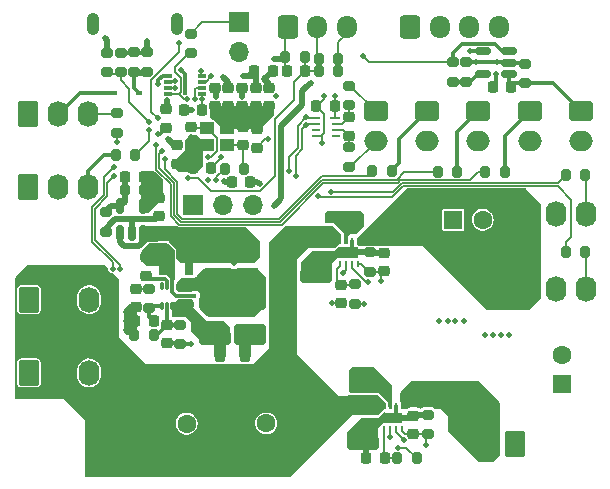
<source format=gbl>
G04 #@! TF.GenerationSoftware,KiCad,Pcbnew,(6.0.7)*
G04 #@! TF.CreationDate,2022-10-27T11:43:32+02:00*
G04 #@! TF.ProjectId,hydCircCon,68796443-6972-4634-936f-6e2e6b696361,rev?*
G04 #@! TF.SameCoordinates,Original*
G04 #@! TF.FileFunction,Copper,L4,Bot*
G04 #@! TF.FilePolarity,Positive*
%FSLAX46Y46*%
G04 Gerber Fmt 4.6, Leading zero omitted, Abs format (unit mm)*
G04 Created by KiCad (PCBNEW (6.0.7)) date 2022-10-27 11:43:32*
%MOMM*%
%LPD*%
G01*
G04 APERTURE LIST*
G04 Aperture macros list*
%AMRoundRect*
0 Rectangle with rounded corners*
0 $1 Rounding radius*
0 $2 $3 $4 $5 $6 $7 $8 $9 X,Y pos of 4 corners*
0 Add a 4 corners polygon primitive as box body*
4,1,4,$2,$3,$4,$5,$6,$7,$8,$9,$2,$3,0*
0 Add four circle primitives for the rounded corners*
1,1,$1+$1,$2,$3*
1,1,$1+$1,$4,$5*
1,1,$1+$1,$6,$7*
1,1,$1+$1,$8,$9*
0 Add four rect primitives between the rounded corners*
20,1,$1+$1,$2,$3,$4,$5,0*
20,1,$1+$1,$4,$5,$6,$7,0*
20,1,$1+$1,$6,$7,$8,$9,0*
20,1,$1+$1,$8,$9,$2,$3,0*%
G04 Aperture macros list end*
G04 #@! TA.AperFunction,ComponentPad*
%ADD10RoundRect,0.250000X-0.620000X-0.845000X0.620000X-0.845000X0.620000X0.845000X-0.620000X0.845000X0*%
G04 #@! TD*
G04 #@! TA.AperFunction,ComponentPad*
%ADD11O,1.740000X2.190000*%
G04 #@! TD*
G04 #@! TA.AperFunction,ComponentPad*
%ADD12RoundRect,0.250000X-0.750000X0.600000X-0.750000X-0.600000X0.750000X-0.600000X0.750000X0.600000X0*%
G04 #@! TD*
G04 #@! TA.AperFunction,ComponentPad*
%ADD13O,2.000000X1.700000*%
G04 #@! TD*
G04 #@! TA.AperFunction,ComponentPad*
%ADD14RoundRect,0.250000X-0.600000X-0.725000X0.600000X-0.725000X0.600000X0.725000X-0.600000X0.725000X0*%
G04 #@! TD*
G04 #@! TA.AperFunction,ComponentPad*
%ADD15O,1.700000X1.950000*%
G04 #@! TD*
G04 #@! TA.AperFunction,ComponentPad*
%ADD16O,1.050000X1.900000*%
G04 #@! TD*
G04 #@! TA.AperFunction,ComponentPad*
%ADD17R,1.600000X1.600000*%
G04 #@! TD*
G04 #@! TA.AperFunction,ComponentPad*
%ADD18C,1.600000*%
G04 #@! TD*
G04 #@! TA.AperFunction,ComponentPad*
%ADD19RoundRect,0.250000X0.620000X0.845000X-0.620000X0.845000X-0.620000X-0.845000X0.620000X-0.845000X0*%
G04 #@! TD*
G04 #@! TA.AperFunction,ComponentPad*
%ADD20R,1.700000X1.700000*%
G04 #@! TD*
G04 #@! TA.AperFunction,ComponentPad*
%ADD21O,1.700000X1.700000*%
G04 #@! TD*
G04 #@! TA.AperFunction,SMDPad,CuDef*
%ADD22RoundRect,0.200000X-0.200000X-0.275000X0.200000X-0.275000X0.200000X0.275000X-0.200000X0.275000X0*%
G04 #@! TD*
G04 #@! TA.AperFunction,SMDPad,CuDef*
%ADD23RoundRect,0.225000X-0.250000X0.225000X-0.250000X-0.225000X0.250000X-0.225000X0.250000X0.225000X0*%
G04 #@! TD*
G04 #@! TA.AperFunction,SMDPad,CuDef*
%ADD24RoundRect,0.225000X0.250000X-0.225000X0.250000X0.225000X-0.250000X0.225000X-0.250000X-0.225000X0*%
G04 #@! TD*
G04 #@! TA.AperFunction,SMDPad,CuDef*
%ADD25RoundRect,0.225000X-0.225000X-0.250000X0.225000X-0.250000X0.225000X0.250000X-0.225000X0.250000X0*%
G04 #@! TD*
G04 #@! TA.AperFunction,SMDPad,CuDef*
%ADD26RoundRect,0.200000X-0.275000X0.200000X-0.275000X-0.200000X0.275000X-0.200000X0.275000X0.200000X0*%
G04 #@! TD*
G04 #@! TA.AperFunction,SMDPad,CuDef*
%ADD27RoundRect,0.200000X0.275000X-0.200000X0.275000X0.200000X-0.275000X0.200000X-0.275000X-0.200000X0*%
G04 #@! TD*
G04 #@! TA.AperFunction,SMDPad,CuDef*
%ADD28RoundRect,0.150000X0.150000X-0.512500X0.150000X0.512500X-0.150000X0.512500X-0.150000X-0.512500X0*%
G04 #@! TD*
G04 #@! TA.AperFunction,SMDPad,CuDef*
%ADD29RoundRect,0.225000X0.225000X0.250000X-0.225000X0.250000X-0.225000X-0.250000X0.225000X-0.250000X0*%
G04 #@! TD*
G04 #@! TA.AperFunction,SMDPad,CuDef*
%ADD30RoundRect,0.250000X-1.100000X0.325000X-1.100000X-0.325000X1.100000X-0.325000X1.100000X0.325000X0*%
G04 #@! TD*
G04 #@! TA.AperFunction,SMDPad,CuDef*
%ADD31RoundRect,0.062500X0.337500X0.062500X-0.337500X0.062500X-0.337500X-0.062500X0.337500X-0.062500X0*%
G04 #@! TD*
G04 #@! TA.AperFunction,SMDPad,CuDef*
%ADD32RoundRect,0.062500X0.287500X0.062500X-0.287500X0.062500X-0.287500X-0.062500X0.287500X-0.062500X0*%
G04 #@! TD*
G04 #@! TA.AperFunction,SMDPad,CuDef*
%ADD33RoundRect,0.250000X0.650000X-0.325000X0.650000X0.325000X-0.650000X0.325000X-0.650000X-0.325000X0*%
G04 #@! TD*
G04 #@! TA.AperFunction,SMDPad,CuDef*
%ADD34R,1.150000X1.000000*%
G04 #@! TD*
G04 #@! TA.AperFunction,SMDPad,CuDef*
%ADD35RoundRect,0.200000X0.200000X0.275000X-0.200000X0.275000X-0.200000X-0.275000X0.200000X-0.275000X0*%
G04 #@! TD*
G04 #@! TA.AperFunction,SMDPad,CuDef*
%ADD36R,0.750000X0.300000*%
G04 #@! TD*
G04 #@! TA.AperFunction,SMDPad,CuDef*
%ADD37R,0.300000X1.700000*%
G04 #@! TD*
G04 #@! TA.AperFunction,SMDPad,CuDef*
%ADD38RoundRect,0.250000X1.100000X-0.325000X1.100000X0.325000X-1.100000X0.325000X-1.100000X-0.325000X0*%
G04 #@! TD*
G04 #@! TA.AperFunction,SMDPad,CuDef*
%ADD39RoundRect,0.218750X0.218750X0.256250X-0.218750X0.256250X-0.218750X-0.256250X0.218750X-0.256250X0*%
G04 #@! TD*
G04 #@! TA.AperFunction,SMDPad,CuDef*
%ADD40RoundRect,0.200000X0.525000X-0.200000X0.525000X0.200000X-0.525000X0.200000X-0.525000X-0.200000X0*%
G04 #@! TD*
G04 #@! TA.AperFunction,SMDPad,CuDef*
%ADD41RoundRect,0.075000X0.075000X-0.225000X0.075000X0.225000X-0.075000X0.225000X-0.075000X-0.225000X0*%
G04 #@! TD*
G04 #@! TA.AperFunction,SMDPad,CuDef*
%ADD42RoundRect,0.075000X0.787500X-0.075000X0.787500X0.075000X-0.787500X0.075000X-0.787500X-0.075000X0*%
G04 #@! TD*
G04 #@! TA.AperFunction,SMDPad,CuDef*
%ADD43R,0.800000X2.700000*%
G04 #@! TD*
G04 #@! TA.AperFunction,SMDPad,CuDef*
%ADD44R,0.250000X0.500000*%
G04 #@! TD*
G04 #@! TA.AperFunction,SMDPad,CuDef*
%ADD45R,1.600000X0.900000*%
G04 #@! TD*
G04 #@! TA.AperFunction,SMDPad,CuDef*
%ADD46RoundRect,0.218750X-0.218750X-0.381250X0.218750X-0.381250X0.218750X0.381250X-0.218750X0.381250X0*%
G04 #@! TD*
G04 #@! TA.AperFunction,SMDPad,CuDef*
%ADD47R,0.600000X0.450000*%
G04 #@! TD*
G04 #@! TA.AperFunction,SMDPad,CuDef*
%ADD48RoundRect,0.150000X0.512500X0.150000X-0.512500X0.150000X-0.512500X-0.150000X0.512500X-0.150000X0*%
G04 #@! TD*
G04 #@! TA.AperFunction,ViaPad*
%ADD49C,0.500000*%
G04 #@! TD*
G04 #@! TA.AperFunction,Conductor*
%ADD50C,0.200000*%
G04 #@! TD*
G04 #@! TA.AperFunction,Conductor*
%ADD51C,0.300000*%
G04 #@! TD*
G04 #@! TA.AperFunction,Conductor*
%ADD52C,0.500000*%
G04 #@! TD*
G04 #@! TA.AperFunction,Conductor*
%ADD53C,0.127000*%
G04 #@! TD*
G04 #@! TA.AperFunction,Conductor*
%ADD54C,1.000000*%
G04 #@! TD*
G04 APERTURE END LIST*
D10*
X149610000Y-95520000D03*
D11*
X152150000Y-95520000D03*
X154690000Y-95520000D03*
D12*
X196400000Y-95300000D03*
D13*
X196400000Y-97800000D03*
D14*
X181950000Y-88150000D03*
D15*
X184450000Y-88150000D03*
X186950000Y-88150000D03*
X189450000Y-88150000D03*
D12*
X187700000Y-95300000D03*
D13*
X187700000Y-97800000D03*
D14*
X171550000Y-88150000D03*
D15*
X174050000Y-88150000D03*
X176550000Y-88150000D03*
D12*
X179000000Y-95300000D03*
D13*
X179000000Y-97800000D03*
D16*
X162200000Y-87950000D03*
X155050000Y-87950000D03*
D10*
X149660000Y-117470000D03*
D11*
X152200000Y-117470000D03*
X154740000Y-117470000D03*
D17*
X185567621Y-104500000D03*
D18*
X188067621Y-104500000D03*
D17*
X163000000Y-124267621D03*
D18*
X163000000Y-121767621D03*
D19*
X190770000Y-123480000D03*
D11*
X188230000Y-123480000D03*
D20*
X167425000Y-87750000D03*
D21*
X167425000Y-90290000D03*
D10*
X149660000Y-111270000D03*
D11*
X152200000Y-111270000D03*
X154740000Y-111270000D03*
D12*
X192050000Y-95300000D03*
D13*
X192050000Y-97800000D03*
D10*
X191710000Y-104000000D03*
D11*
X194250000Y-104000000D03*
X196790000Y-104000000D03*
D20*
X163525000Y-103250000D03*
D21*
X166065000Y-103250000D03*
X168605000Y-103250000D03*
D17*
X169750000Y-124250000D03*
D18*
X169750000Y-121750000D03*
D10*
X149610000Y-101700000D03*
D11*
X152150000Y-101700000D03*
X154690000Y-101700000D03*
D12*
X183350000Y-95300000D03*
D13*
X183350000Y-97800000D03*
D10*
X191710000Y-110400000D03*
D11*
X194250000Y-110400000D03*
X196790000Y-110400000D03*
D17*
X194750000Y-118432380D03*
D18*
X194750000Y-115932380D03*
D22*
X195125000Y-107200000D03*
X196775000Y-107200000D03*
D23*
X167700000Y-93350000D03*
X167700000Y-94900000D03*
D24*
X182200000Y-122650000D03*
X182200000Y-121100000D03*
D25*
X166850000Y-101275000D03*
X168400000Y-101275000D03*
D26*
X157150000Y-95475000D03*
X157150000Y-97125000D03*
D23*
X160650000Y-102675000D03*
X160650000Y-104225000D03*
D27*
X183450000Y-122675000D03*
X183450000Y-121025000D03*
D26*
X176750000Y-93175000D03*
X176750000Y-94825000D03*
D27*
X159650000Y-91975000D03*
X159650000Y-90325000D03*
D22*
X166225000Y-100175000D03*
X167875000Y-100175000D03*
D28*
X159300000Y-105637500D03*
X158350000Y-105637500D03*
X157400000Y-105637500D03*
X157400000Y-103362500D03*
X159300000Y-103362500D03*
D29*
X190462500Y-93300000D03*
X188912500Y-93300000D03*
D27*
X163350000Y-90425000D03*
X163350000Y-88775000D03*
D29*
X179775000Y-124700000D03*
X178225000Y-124700000D03*
D30*
X168350000Y-111575000D03*
X168350000Y-114525000D03*
D27*
X178500000Y-108925000D03*
X178500000Y-107275000D03*
D31*
X175575000Y-95900000D03*
D32*
X175625000Y-96400000D03*
X175625000Y-96900000D03*
X175625000Y-97400000D03*
X173925000Y-97400000D03*
X173925000Y-96900000D03*
X173925000Y-96400000D03*
X173925000Y-95900000D03*
D29*
X164325000Y-95200000D03*
X162775000Y-95200000D03*
D24*
X158700000Y-111925000D03*
X158700000Y-110375000D03*
D23*
X161350000Y-113425000D03*
X161350000Y-114975000D03*
D29*
X165075000Y-100125000D03*
X163525000Y-100125000D03*
D33*
X167000000Y-110125000D03*
X167000000Y-107175000D03*
D25*
X158675000Y-113100000D03*
X160225000Y-113100000D03*
D23*
X161300000Y-95150000D03*
X161300000Y-96700000D03*
D29*
X175550000Y-94900000D03*
X174000000Y-94900000D03*
D34*
X164700000Y-96750000D03*
X166450000Y-96750000D03*
X166450000Y-98150000D03*
X164700000Y-98150000D03*
D35*
X160225000Y-114250000D03*
X158575000Y-114250000D03*
D26*
X157450000Y-90375000D03*
X157450000Y-92025000D03*
X177250000Y-109975000D03*
X177250000Y-111625000D03*
D22*
X195125000Y-100750000D03*
X196775000Y-100750000D03*
D23*
X159600000Y-107675000D03*
X159600000Y-109225000D03*
D36*
X161400000Y-93825000D03*
X161400000Y-93325000D03*
X161400000Y-92825000D03*
X161400000Y-92325000D03*
X164300000Y-92325000D03*
X164300000Y-92825000D03*
X164300000Y-93325000D03*
X164300000Y-93825000D03*
D37*
X162850000Y-93075000D03*
D27*
X156150000Y-105525000D03*
X156150000Y-103875000D03*
D38*
X177900000Y-123425000D03*
X177900000Y-120475000D03*
D26*
X186637500Y-91175000D03*
X186637500Y-92825000D03*
X185537500Y-91175000D03*
X185537500Y-92825000D03*
D23*
X168850000Y-93350000D03*
X168850000Y-94900000D03*
D29*
X173025000Y-91900000D03*
X171475000Y-91900000D03*
D23*
X162150000Y-98200000D03*
X162150000Y-99750000D03*
D22*
X178725000Y-100400000D03*
X180375000Y-100400000D03*
D39*
X170287500Y-91875000D03*
X168712500Y-91875000D03*
D27*
X156300000Y-92025000D03*
X156300000Y-90375000D03*
D40*
X162850000Y-111675000D03*
D41*
X161800000Y-111775000D03*
X161350000Y-111775000D03*
X160900000Y-111775000D03*
X160900000Y-110075000D03*
X161350000Y-110075000D03*
X161800000Y-110075000D03*
D40*
X162850000Y-110175000D03*
D42*
X162987500Y-110925000D03*
D38*
X174000000Y-109275000D03*
X174000000Y-106325000D03*
D43*
X161025000Y-107800000D03*
X163225000Y-107800000D03*
D44*
X181250000Y-122200000D03*
X180750000Y-122200000D03*
X180250000Y-122200000D03*
X179750000Y-122200000D03*
X179750000Y-120300000D03*
X180250000Y-120300000D03*
X180750000Y-120300000D03*
X181250000Y-120300000D03*
D45*
X180500000Y-121250000D03*
D27*
X191687500Y-92925000D03*
X191687500Y-91275000D03*
D24*
X167800000Y-98175000D03*
X167800000Y-96625000D03*
D23*
X165400000Y-93350000D03*
X165400000Y-94900000D03*
X163350000Y-96675000D03*
X163350000Y-98225000D03*
D27*
X176750000Y-100025000D03*
X176750000Y-98375000D03*
X162450000Y-115025000D03*
X162450000Y-113375000D03*
D46*
X165837500Y-115950000D03*
X167962500Y-115950000D03*
D29*
X159375000Y-100850000D03*
X157825000Y-100850000D03*
D22*
X184275000Y-100450000D03*
X185925000Y-100450000D03*
X157775000Y-101970000D03*
X159425000Y-101970000D03*
D35*
X175825000Y-91950000D03*
X174175000Y-91950000D03*
D33*
X165000000Y-110125000D03*
X165000000Y-107175000D03*
D22*
X180825000Y-124700000D03*
X182475000Y-124700000D03*
D23*
X176750000Y-95825000D03*
X176750000Y-97375000D03*
D47*
X156900000Y-93760000D03*
X159000000Y-93760000D03*
D27*
X158550000Y-91975000D03*
X158550000Y-90325000D03*
D22*
X174175000Y-90850000D03*
X175825000Y-90850000D03*
D24*
X179750000Y-108875000D03*
X179750000Y-107325000D03*
D23*
X169950000Y-93350000D03*
X169950000Y-94900000D03*
X176100000Y-110025000D03*
X176100000Y-111575000D03*
X166550000Y-93350000D03*
X166550000Y-94900000D03*
D35*
X173025000Y-90750000D03*
X171375000Y-90750000D03*
D24*
X168950000Y-98400000D03*
X168950000Y-96850000D03*
D27*
X159850000Y-111975000D03*
X159850000Y-110325000D03*
D22*
X157025000Y-99000000D03*
X158675000Y-99000000D03*
D44*
X177500000Y-108220000D03*
X177000000Y-108220000D03*
X176500000Y-108220000D03*
X176000000Y-108220000D03*
X176000000Y-106320000D03*
X176500000Y-106320000D03*
X177000000Y-106320000D03*
X177500000Y-106320000D03*
D45*
X176750000Y-107270000D03*
D48*
X190337500Y-90250000D03*
X190337500Y-91200000D03*
X190337500Y-92150000D03*
X188062500Y-92150000D03*
X188062500Y-90250000D03*
D30*
X165400000Y-111575000D03*
X165400000Y-114525000D03*
D22*
X188275000Y-100450000D03*
X189925000Y-100450000D03*
D49*
X164800000Y-99200000D03*
X189600000Y-114250000D03*
X187000000Y-90200000D03*
X167700000Y-108900000D03*
X177700000Y-122400000D03*
X168600000Y-112400000D03*
X167300000Y-95800000D03*
X163007086Y-99097786D03*
X188250000Y-114250000D03*
X167400000Y-112400000D03*
X185750000Y-113100000D03*
X184400000Y-113100000D03*
X157900000Y-112300000D03*
X163400000Y-97502000D03*
X169188519Y-101488519D03*
X162500000Y-91800000D03*
X180850000Y-121250000D03*
X159850000Y-104450000D03*
X169400000Y-110500000D03*
X179450000Y-121450000D03*
X169400000Y-109600000D03*
X158300000Y-104500000D03*
X166600000Y-95800000D03*
X181450000Y-121250000D03*
X156550000Y-104850000D03*
X174600000Y-108050000D03*
X163498000Y-95200000D03*
X165200000Y-95800000D03*
X186450000Y-113100000D03*
X165900000Y-95800000D03*
X160600000Y-97250000D03*
X173700000Y-108050000D03*
X157900000Y-113800000D03*
X185100000Y-113100000D03*
X166300000Y-112400000D03*
X156100000Y-89100000D03*
X174500000Y-98000000D03*
X190300000Y-114250000D03*
X178300000Y-122400000D03*
X188950000Y-114250000D03*
X174600000Y-94050000D03*
X164800000Y-101100000D03*
X160600000Y-93000000D03*
X178900000Y-122400000D03*
X189200000Y-92200000D03*
X168700000Y-108900000D03*
X180150000Y-121250000D03*
X164000000Y-99100000D03*
X174150000Y-108400000D03*
X165000000Y-112400000D03*
X175050000Y-108400000D03*
X170400000Y-90900000D03*
X175300000Y-111550000D03*
X157900000Y-113100000D03*
X177126502Y-122400000D03*
X160200000Y-102000000D03*
X164326339Y-94314287D03*
X187475000Y-91175000D03*
X161400000Y-97700000D03*
X165900000Y-99200000D03*
X166100000Y-92400000D03*
X175550000Y-94050000D03*
X189325000Y-91175000D03*
X160200000Y-101400000D03*
X160200000Y-100840000D03*
X167800000Y-92300000D03*
X161350000Y-94351502D03*
X170612247Y-94013013D03*
X169925000Y-97675000D03*
X169600000Y-92600000D03*
X168900000Y-113600000D03*
X167800000Y-113600000D03*
X169450000Y-113600000D03*
X167250000Y-113600000D03*
X168350000Y-113600000D03*
X165472313Y-94073500D03*
X167700000Y-94073500D03*
X166200000Y-101200000D03*
X163150000Y-101000000D03*
X183250000Y-123550000D03*
X179500000Y-109650000D03*
X162300000Y-119100000D03*
X165150000Y-119100000D03*
X160550000Y-117400000D03*
X167050000Y-117400000D03*
X161350000Y-119100000D03*
X160550000Y-118350000D03*
X164200000Y-119100000D03*
X166100000Y-119100000D03*
X163250000Y-119100000D03*
X167050000Y-118350000D03*
X159650000Y-89400000D03*
X167300000Y-105600000D03*
X173500000Y-92900000D03*
X163400000Y-115000000D03*
X170800000Y-102900000D03*
X173100000Y-93300000D03*
X167900000Y-105600000D03*
X170400000Y-103300000D03*
X167000000Y-108200000D03*
X173150000Y-96450000D03*
X172225058Y-100824942D03*
X171700000Y-100384942D03*
X173150000Y-95823497D03*
X175150000Y-104300000D03*
X176950000Y-104300000D03*
X175750000Y-104300000D03*
X176350000Y-104300000D03*
X177200000Y-117300000D03*
X177200000Y-118400000D03*
X177200000Y-117850000D03*
X177200000Y-118950000D03*
X165500000Y-101097004D03*
X163073499Y-94301192D03*
X162400000Y-89500000D03*
X160550000Y-95900000D03*
X157100000Y-97900000D03*
X159800000Y-96900000D03*
X159850000Y-96250000D03*
X177950000Y-90660000D03*
X161144000Y-99329025D03*
X160450000Y-98200000D03*
X180900000Y-123800000D03*
X178050000Y-111650000D03*
X174100000Y-102510000D03*
X175200000Y-102160000D03*
X160890000Y-98713251D03*
X162050000Y-93385000D03*
X162050000Y-92758497D03*
X164250000Y-91900000D03*
X165100000Y-92350000D03*
X163700000Y-94300000D03*
X176226500Y-109000000D03*
X180250000Y-122900000D03*
X181390363Y-123118924D03*
X178350000Y-109750000D03*
X156750000Y-108650000D03*
X156900000Y-100000000D03*
X157376503Y-108650000D03*
X156888873Y-100811127D03*
D50*
X165600000Y-98700000D02*
X165600000Y-97600000D01*
X164700000Y-96750000D02*
X163425000Y-96750000D01*
X165600000Y-97600000D02*
X164750000Y-96750000D01*
X164750000Y-96750000D02*
X164700000Y-96750000D01*
X164800000Y-99200000D02*
X165100000Y-99200000D01*
X165100000Y-99200000D02*
X165600000Y-98700000D01*
X163425000Y-96750000D02*
X163350000Y-96675000D01*
D51*
X160700000Y-92600000D02*
X160600000Y-92700000D01*
D52*
X178225000Y-123750000D02*
X177900000Y-123425000D01*
X163350000Y-98754872D02*
X163007086Y-99097786D01*
X163007086Y-99097786D02*
X163997786Y-99097786D01*
X163997786Y-99097786D02*
X164000000Y-99100000D01*
D51*
X188062500Y-90250000D02*
X187050000Y-90250000D01*
X177700000Y-122400000D02*
X178300000Y-122400000D01*
D50*
X174600000Y-94050000D02*
X174600000Y-94300000D01*
D51*
X160600000Y-97250000D02*
X160750000Y-97250000D01*
D52*
X162354872Y-99750000D02*
X162702436Y-99402436D01*
D50*
X174650000Y-95550000D02*
X174650000Y-97150000D01*
X174650000Y-97150000D02*
X174500000Y-97300000D01*
X163350000Y-98225000D02*
X164625000Y-98225000D01*
D52*
X158300000Y-104500000D02*
X158250000Y-104450000D01*
X168400000Y-101275000D02*
X168975000Y-101275000D01*
D51*
X162850000Y-92150000D02*
X162600000Y-91900000D01*
D52*
X156300000Y-90375000D02*
X156300000Y-89300000D01*
X156950000Y-104450000D02*
X158250000Y-104450000D01*
D51*
X162600000Y-91900000D02*
X162500000Y-91800000D01*
X177900000Y-123425000D02*
X177126502Y-122651502D01*
D52*
X176755000Y-107275000D02*
X176750000Y-107270000D01*
X178225000Y-124700000D02*
X178225000Y-123750000D01*
D50*
X174500000Y-97300000D02*
X174400000Y-97400000D01*
D52*
X163350000Y-98225000D02*
X163350000Y-97552000D01*
X168975000Y-101275000D02*
X169188519Y-101488519D01*
D50*
X174000000Y-94900000D02*
X174650000Y-95550000D01*
X171550000Y-88150000D02*
X171375000Y-88325000D01*
X175325000Y-111575000D02*
X175300000Y-111550000D01*
D52*
X180500000Y-121250000D02*
X180150000Y-121250000D01*
X162802436Y-99402436D02*
X162702436Y-99402436D01*
X183450000Y-121025000D02*
X182275000Y-121025000D01*
D51*
X177126502Y-122651502D02*
X177126502Y-122400000D01*
D52*
X158350000Y-105637500D02*
X158350000Y-104550000D01*
D50*
X176100000Y-111575000D02*
X175325000Y-111575000D01*
X164625000Y-98225000D02*
X164700000Y-98150000D01*
D51*
X188912500Y-93187500D02*
X189200000Y-92900000D01*
D52*
X159850000Y-104450000D02*
X160425000Y-104450000D01*
D51*
X162850000Y-93075000D02*
X162850000Y-92150000D01*
D52*
X178500000Y-107275000D02*
X176755000Y-107275000D01*
X178550000Y-107325000D02*
X178500000Y-107275000D01*
D51*
X188912500Y-93300000D02*
X188912500Y-93187500D01*
X160975000Y-92325000D02*
X160700000Y-92600000D01*
D52*
X162775000Y-95200000D02*
X163498000Y-95200000D01*
X163525000Y-100125000D02*
X162802436Y-99402436D01*
X170400000Y-90900000D02*
X171225000Y-90900000D01*
D51*
X177000000Y-107020000D02*
X176750000Y-107270000D01*
D52*
X180500000Y-121250000D02*
X180850000Y-121250000D01*
X180850000Y-121250000D02*
X181450000Y-121250000D01*
X182275000Y-121025000D02*
X182200000Y-121100000D01*
X182050000Y-121250000D02*
X182200000Y-121100000D01*
X181450000Y-121250000D02*
X182050000Y-121250000D01*
X162150000Y-99750000D02*
X162354872Y-99750000D01*
D51*
X180750000Y-121000000D02*
X180500000Y-121250000D01*
D52*
X171225000Y-90900000D02*
X171375000Y-90750000D01*
D50*
X174500000Y-97300000D02*
X174500000Y-98000000D01*
D52*
X158250000Y-104450000D02*
X159850000Y-104450000D01*
D51*
X177000000Y-106320000D02*
X177000000Y-107020000D01*
D52*
X163350000Y-97552000D02*
X163400000Y-97502000D01*
D50*
X174400000Y-97400000D02*
X173925000Y-97400000D01*
D51*
X160600000Y-92700000D02*
X160600000Y-93000000D01*
D52*
X179650000Y-121250000D02*
X179450000Y-121450000D01*
D50*
X171375000Y-88325000D02*
X171375000Y-90750000D01*
D51*
X161400000Y-92325000D02*
X160975000Y-92325000D01*
D52*
X156550000Y-104850000D02*
X156950000Y-104450000D01*
D50*
X171375000Y-91800000D02*
X171475000Y-91900000D01*
D52*
X156150000Y-105250000D02*
X156550000Y-104850000D01*
D50*
X167675000Y-96750000D02*
X167800000Y-96625000D01*
D52*
X156300000Y-89300000D02*
X156100000Y-89100000D01*
X156150000Y-105525000D02*
X156150000Y-105250000D01*
D51*
X180750000Y-120300000D02*
X180750000Y-121000000D01*
D52*
X160425000Y-104450000D02*
X160650000Y-104225000D01*
D51*
X160750000Y-97250000D02*
X161300000Y-96700000D01*
X187050000Y-90250000D02*
X187000000Y-90200000D01*
X189200000Y-92900000D02*
X189200000Y-92200000D01*
D50*
X166450000Y-96750000D02*
X167675000Y-96750000D01*
X174600000Y-94300000D02*
X174000000Y-94900000D01*
X171375000Y-90750000D02*
X171375000Y-91800000D01*
D52*
X162702436Y-99402436D02*
X163007086Y-99097786D01*
X158350000Y-104550000D02*
X158300000Y-104500000D01*
X163350000Y-98225000D02*
X163350000Y-98754872D01*
X179750000Y-107325000D02*
X178550000Y-107325000D01*
X180150000Y-121250000D02*
X179650000Y-121250000D01*
D50*
X167775000Y-98150000D02*
X167800000Y-98175000D01*
X167800000Y-98175000D02*
X167800000Y-100100000D01*
X167800000Y-100100000D02*
X167875000Y-100175000D01*
X166450000Y-98150000D02*
X167775000Y-98150000D01*
D51*
X186637500Y-91175000D02*
X187475000Y-91175000D01*
D50*
X175575000Y-94925000D02*
X175550000Y-94900000D01*
D52*
X161350000Y-94351502D02*
X161350000Y-95100000D01*
X159375000Y-102325000D02*
X159375000Y-103287500D01*
D50*
X165900000Y-99200000D02*
X165900000Y-99300000D01*
D52*
X159375000Y-103287500D02*
X159300000Y-103362500D01*
D53*
X161350000Y-95100000D02*
X161300000Y-95150000D01*
D51*
X187575000Y-91175000D02*
X189025000Y-91175000D01*
D52*
X168287500Y-92300000D02*
X168712500Y-91875000D01*
D51*
X190337500Y-91200000D02*
X191612500Y-91200000D01*
D52*
X166550000Y-92850000D02*
X166100000Y-92400000D01*
X168850000Y-92300000D02*
X168287500Y-92300000D01*
D50*
X175550000Y-94900000D02*
X175550000Y-94050000D01*
X165900000Y-99300000D02*
X165075000Y-100125000D01*
X169650000Y-97700000D02*
X169900000Y-97700000D01*
X175575000Y-95900000D02*
X175575000Y-94925000D01*
D51*
X191612500Y-91200000D02*
X191687500Y-91275000D01*
D50*
X164312052Y-94300000D02*
X164326339Y-94314287D01*
D52*
X161400000Y-97700000D02*
X161900000Y-98200000D01*
X161900000Y-98200000D02*
X162150000Y-98200000D01*
D50*
X164300000Y-95175000D02*
X164325000Y-95200000D01*
D52*
X159725000Y-102675000D02*
X159375000Y-102325000D01*
D51*
X189325000Y-91175000D02*
X190312500Y-91175000D01*
D52*
X159375000Y-100850000D02*
X159375000Y-102325000D01*
X166550000Y-93350000D02*
X166550000Y-92850000D01*
D50*
X168950000Y-98400000D02*
X169650000Y-97700000D01*
X164300000Y-94300000D02*
X164312052Y-94300000D01*
D51*
X187475000Y-91175000D02*
X187575000Y-91175000D01*
D50*
X164300000Y-93825000D02*
X164300000Y-94300000D01*
D52*
X160650000Y-102675000D02*
X159725000Y-102675000D01*
D50*
X169900000Y-97700000D02*
X169925000Y-97675000D01*
D52*
X167800000Y-92300000D02*
X168287500Y-92300000D01*
X168850000Y-93350000D02*
X168850000Y-92300000D01*
D51*
X189025000Y-91175000D02*
X189325000Y-91175000D01*
D50*
X164300000Y-94300000D02*
X164300000Y-95175000D01*
D51*
X190312500Y-91175000D02*
X190337500Y-91200000D01*
D52*
X170000000Y-93000000D02*
X169600000Y-92600000D01*
X169950000Y-93350000D02*
X170000000Y-93300000D01*
X170000000Y-93300000D02*
X170000000Y-93000000D01*
X169600000Y-92600000D02*
X169600000Y-92562500D01*
X169600000Y-92562500D02*
X170287500Y-91875000D01*
D54*
X167962500Y-114912500D02*
X168350000Y-114525000D01*
D51*
X156900000Y-93760000D02*
X153950000Y-93760000D01*
D54*
X167962500Y-115950000D02*
X167962500Y-114912500D01*
D51*
X152190000Y-95520000D02*
X152150000Y-95520000D01*
X153950000Y-93760000D02*
X152190000Y-95520000D01*
X194025000Y-92925000D02*
X191687500Y-92925000D01*
X196400000Y-95300000D02*
X194025000Y-92925000D01*
X190337500Y-93175000D02*
X190462500Y-93300000D01*
X190837500Y-92925000D02*
X190462500Y-93300000D01*
X190337500Y-92150000D02*
X190337500Y-93175000D01*
X191687500Y-92925000D02*
X190837500Y-92925000D01*
D54*
X165837500Y-114862500D02*
X165500000Y-114525000D01*
X165837500Y-115950000D02*
X165837500Y-114862500D01*
D52*
X165472313Y-94073500D02*
X165472313Y-93422313D01*
X167700000Y-94073500D02*
X167700000Y-93350000D01*
X166200000Y-101200000D02*
X166275000Y-101275000D01*
X166275000Y-101275000D02*
X166850000Y-101275000D01*
D50*
X165472313Y-93422313D02*
X165400000Y-93350000D01*
X158700000Y-110375000D02*
X159800000Y-110375000D01*
X159800000Y-110375000D02*
X159850000Y-110325000D01*
D51*
X162125000Y-110925000D02*
X161800000Y-110600000D01*
X162987500Y-110925000D02*
X162125000Y-110925000D01*
X161800000Y-110600000D02*
X161800000Y-110075000D01*
X161800000Y-110075000D02*
X161800000Y-108575000D01*
X161800000Y-108575000D02*
X161025000Y-107800000D01*
X161350000Y-109650000D02*
X161198000Y-109498000D01*
X161350000Y-110075000D02*
X161350000Y-109650000D01*
X159873000Y-109498000D02*
X159600000Y-109225000D01*
X161198000Y-109498000D02*
X159873000Y-109498000D01*
X160900000Y-111775000D02*
X160050000Y-111775000D01*
X159850000Y-111975000D02*
X159850000Y-112725000D01*
X159850000Y-112725000D02*
X160225000Y-113100000D01*
X160050000Y-111775000D02*
X159850000Y-111975000D01*
X160225000Y-114250000D02*
X160525000Y-114250000D01*
X161400000Y-113375000D02*
X161350000Y-113425000D01*
X160525000Y-114250000D02*
X161350000Y-113425000D01*
X161350000Y-111775000D02*
X161350000Y-113425000D01*
X162450000Y-113375000D02*
X161400000Y-113375000D01*
D53*
X173025000Y-91900000D02*
X173025000Y-90750000D01*
X172100000Y-94400000D02*
X172100000Y-92825000D01*
X170500000Y-100800000D02*
X170500000Y-96000000D01*
X174125000Y-91900000D02*
X174175000Y-91950000D01*
X173025000Y-91900000D02*
X174125000Y-91900000D01*
X172100000Y-92825000D02*
X173025000Y-91900000D01*
X170500000Y-96000000D02*
X172100000Y-94400000D01*
X169200000Y-102100000D02*
X170500000Y-100800000D01*
X163150000Y-101000000D02*
X164000000Y-101000000D01*
X164000000Y-101000000D02*
X165100000Y-102100000D01*
X165100000Y-102100000D02*
X169200000Y-102100000D01*
D50*
X176750000Y-95825000D02*
X176750000Y-94825000D01*
X175625000Y-96400000D02*
X176175000Y-96400000D01*
X176175000Y-96400000D02*
X176750000Y-95825000D01*
X176750000Y-98375000D02*
X176750000Y-97375000D01*
X176275000Y-96900000D02*
X176750000Y-97375000D01*
X175625000Y-96900000D02*
X176275000Y-96900000D01*
X179750000Y-122200000D02*
X179750000Y-124675000D01*
X180825000Y-124700000D02*
X179775000Y-124700000D01*
X179750000Y-124675000D02*
X179775000Y-124700000D01*
X177200000Y-110025000D02*
X177250000Y-109975000D01*
X175750000Y-108650000D02*
X176000000Y-108400000D01*
X176000000Y-108400000D02*
X176000000Y-108220000D01*
X176100000Y-110025000D02*
X177200000Y-110025000D01*
X176100000Y-110025000D02*
X175750000Y-109675000D01*
X175750000Y-109675000D02*
X175750000Y-108650000D01*
D53*
X183250000Y-123550000D02*
X183250000Y-122875000D01*
D50*
X183425000Y-122650000D02*
X183450000Y-122675000D01*
X181250000Y-122425000D02*
X181475000Y-122650000D01*
X182200000Y-122650000D02*
X183425000Y-122650000D01*
X181250000Y-122200000D02*
X181250000Y-122425000D01*
X181475000Y-122650000D02*
X182200000Y-122650000D01*
D53*
X183250000Y-122875000D02*
X183450000Y-122675000D01*
D50*
X179500000Y-109650000D02*
X179500000Y-108925000D01*
X179500000Y-108925000D02*
X178475000Y-108925000D01*
X178475000Y-108925000D02*
X177770000Y-108220000D01*
X177770000Y-108220000D02*
X177500000Y-108220000D01*
D51*
X158550000Y-93310000D02*
X159000000Y-93760000D01*
D52*
X158550000Y-92075000D02*
X159650000Y-92075000D01*
D51*
X158550000Y-92075000D02*
X158550000Y-93310000D01*
X159650000Y-90425000D02*
X157500000Y-90425000D01*
D52*
X159650000Y-89400000D02*
X159650000Y-90425000D01*
D53*
X164325000Y-87800000D02*
X167375000Y-87800000D01*
X163350000Y-88775000D02*
X164325000Y-87800000D01*
X167375000Y-87800000D02*
X167425000Y-87750000D01*
D51*
X157025000Y-99000000D02*
X156050000Y-99000000D01*
X156050000Y-99000000D02*
X154690000Y-100360000D01*
X154690000Y-100360000D02*
X154690000Y-101700000D01*
D53*
X157105000Y-95520000D02*
X157150000Y-95475000D01*
X154690000Y-95520000D02*
X157105000Y-95520000D01*
D51*
X180375000Y-100400000D02*
X180375000Y-100325000D01*
X181000000Y-99700000D02*
X181000000Y-97650000D01*
X181000000Y-97650000D02*
X183350000Y-95300000D01*
X180375000Y-100325000D02*
X181000000Y-99700000D01*
D52*
X171000000Y-96600000D02*
X172800000Y-94800000D01*
D51*
X162450000Y-115025000D02*
X163375000Y-115025000D01*
D50*
X174050000Y-90725000D02*
X174050000Y-88150000D01*
D52*
X157400000Y-105637500D02*
X157400000Y-106400000D01*
D50*
X174175000Y-90850000D02*
X174050000Y-90725000D01*
D52*
X173100000Y-93300000D02*
X172800000Y-93600000D01*
X159300000Y-106400000D02*
X159300000Y-105637500D01*
X171000000Y-96600000D02*
X171000000Y-102700000D01*
X172800000Y-93600000D02*
X172800000Y-94800000D01*
X159000000Y-106700000D02*
X159300000Y-106400000D01*
X171000000Y-102700000D02*
X170800000Y-102900000D01*
X157700000Y-106700000D02*
X159000000Y-106700000D01*
X170800000Y-102900000D02*
X170400000Y-103300000D01*
D51*
X161350000Y-114975000D02*
X162400000Y-114975000D01*
X163375000Y-115025000D02*
X163400000Y-115000000D01*
X162400000Y-114975000D02*
X162450000Y-115025000D01*
D52*
X173500000Y-92900000D02*
X173100000Y-93300000D01*
X157400000Y-106400000D02*
X157700000Y-106700000D01*
D50*
X175825000Y-90850000D02*
X175825000Y-89475000D01*
X175825000Y-89475000D02*
X176550000Y-88750000D01*
X175825000Y-91950000D02*
X175825000Y-90850000D01*
X176550000Y-88750000D02*
X176550000Y-88150000D01*
D53*
X172225058Y-100824942D02*
X172225058Y-99124942D01*
X172225058Y-99124942D02*
X172800000Y-98550000D01*
X172800000Y-96800000D02*
X173150000Y-96450000D01*
X173150000Y-96450000D02*
X173200000Y-96400000D01*
X173200000Y-96400000D02*
X173925000Y-96400000D01*
X172800000Y-98550000D02*
X172800000Y-96800000D01*
X173226503Y-95900000D02*
X173925000Y-95900000D01*
X171700000Y-99150000D02*
X172450000Y-98400000D01*
X172450000Y-98400000D02*
X172450000Y-96523497D01*
X173150000Y-95823497D02*
X173226503Y-95900000D01*
X171700000Y-100384942D02*
X171700000Y-99150000D01*
X172450000Y-96523497D02*
X173150000Y-95823497D01*
D50*
X176875000Y-93175000D02*
X176750000Y-93175000D01*
X179000000Y-95300000D02*
X176875000Y-93175000D01*
X179000000Y-97900000D02*
X179000000Y-97800000D01*
X176875000Y-100025000D02*
X179000000Y-97900000D01*
X176750000Y-100025000D02*
X176875000Y-100025000D01*
X196790000Y-107215000D02*
X196790000Y-110400000D01*
X196775000Y-107200000D02*
X196790000Y-107215000D01*
X196775000Y-100750000D02*
X196790000Y-100765000D01*
X196790000Y-100765000D02*
X196790000Y-104000000D01*
D51*
X185925000Y-100450000D02*
X185925000Y-97075000D01*
X185925000Y-97075000D02*
X187700000Y-95300000D01*
X177250000Y-118900000D02*
X177200000Y-118950000D01*
X180250000Y-120300000D02*
X180250000Y-119700000D01*
X180050000Y-119500000D02*
X179450000Y-118900000D01*
X178600000Y-118900000D02*
X177250000Y-118900000D01*
X179450000Y-118900000D02*
X178600000Y-118900000D01*
X177200000Y-118400000D02*
X177200000Y-117850000D01*
X180250000Y-119700000D02*
X180050000Y-119500000D01*
D50*
X165500000Y-100900000D02*
X166225000Y-100175000D01*
X165500000Y-101097004D02*
X165500000Y-100900000D01*
D52*
X156150000Y-103875000D02*
X156150000Y-103800000D01*
X156587500Y-103362500D02*
X157400000Y-103362500D01*
X157775000Y-101970000D02*
X157775000Y-102987500D01*
X157775000Y-102987500D02*
X157400000Y-103362500D01*
X157825000Y-101920000D02*
X157775000Y-101970000D01*
X157825000Y-100850000D02*
X157825000Y-101920000D01*
X156150000Y-103800000D02*
X156587500Y-103362500D01*
D53*
X161400000Y-93825000D02*
X162325000Y-93825000D01*
X163073499Y-94301192D02*
X162801192Y-94301192D01*
X162325000Y-93825000D02*
X162502979Y-93647021D01*
X162502979Y-92502979D02*
X162000000Y-92000000D01*
X162000000Y-92000000D02*
X162000000Y-91600000D01*
X162801192Y-94301192D02*
X162325000Y-93825000D01*
X162000000Y-91600000D02*
X163175000Y-90425000D01*
X162502979Y-93647021D02*
X162502979Y-92502979D01*
X163175000Y-90425000D02*
X163350000Y-90425000D01*
D50*
X160000000Y-95350000D02*
X160000000Y-92703869D01*
X160000000Y-92703869D02*
X162400000Y-90303869D01*
X160550000Y-95900000D02*
X160000000Y-95350000D01*
X162400000Y-90303869D02*
X162400000Y-89500000D01*
D53*
X157150000Y-97125000D02*
X157150000Y-97850000D01*
X157150000Y-97850000D02*
X157100000Y-97900000D01*
D50*
X159800000Y-96900000D02*
X159800000Y-97875000D01*
X159800000Y-97875000D02*
X158675000Y-99000000D01*
X158150000Y-93400000D02*
X157450000Y-92700000D01*
X158150000Y-94550000D02*
X158150000Y-93400000D01*
X156300000Y-92125000D02*
X157450000Y-92125000D01*
X157450000Y-92700000D02*
X157450000Y-92125000D01*
X159850000Y-96250000D02*
X158150000Y-94550000D01*
D51*
X189750000Y-90250000D02*
X189100000Y-89600000D01*
D53*
X177950000Y-90660000D02*
X178465000Y-91175000D01*
D51*
X189100000Y-89600000D02*
X186300000Y-89600000D01*
X186300000Y-89600000D02*
X185537500Y-90362500D01*
X185537500Y-90362500D02*
X185537500Y-91175000D01*
X190337500Y-90250000D02*
X189750000Y-90250000D01*
D53*
X178465000Y-91175000D02*
X185537500Y-91175000D01*
D51*
X187650000Y-92150000D02*
X188062500Y-92150000D01*
X185537500Y-92825000D02*
X186637500Y-92825000D01*
X186637500Y-92825000D02*
X186975000Y-92825000D01*
X186975000Y-92825000D02*
X187650000Y-92150000D01*
D53*
X161144000Y-99329025D02*
X161144000Y-100244000D01*
X162200000Y-101300000D02*
X162200000Y-104000000D01*
X162200000Y-104000000D02*
X162600000Y-104400000D01*
X161144000Y-100244000D02*
X162200000Y-101300000D01*
X174431580Y-100800000D02*
X178325000Y-100800000D01*
X178325000Y-100800000D02*
X178725000Y-100400000D01*
X162600000Y-104400000D02*
X170831580Y-104400000D01*
X170831580Y-104400000D02*
X174431580Y-100800000D01*
X174580500Y-101369500D02*
X180889710Y-101369500D01*
X162389580Y-104908000D02*
X171042000Y-104908000D01*
X187000000Y-101150000D02*
X187700000Y-100450000D01*
X171042000Y-104908000D02*
X174580500Y-101369500D01*
X160450000Y-100268420D02*
X161692000Y-101510420D01*
X161692000Y-101510420D02*
X161692000Y-104210420D01*
X180889710Y-101369500D02*
X181109210Y-101150000D01*
X187700000Y-100450000D02*
X188275000Y-100450000D01*
X181109210Y-101150000D02*
X187000000Y-101150000D01*
X161692000Y-104210420D02*
X162389580Y-104908000D01*
X160450000Y-98200000D02*
X160450000Y-100268420D01*
D50*
X180900000Y-123800000D02*
X181575000Y-123800000D01*
X181575000Y-123800000D02*
X182475000Y-124700000D01*
X178025000Y-111625000D02*
X178050000Y-111650000D01*
X177250000Y-111625000D02*
X178025000Y-111625000D01*
D53*
X181314420Y-101663210D02*
X194413210Y-101663210D01*
X174100000Y-102510000D02*
X174190000Y-102600000D01*
X195550000Y-102800000D02*
X195550000Y-106000000D01*
X180377630Y-102600000D02*
X181314420Y-101663210D01*
X195125000Y-106425000D02*
X195125000Y-107200000D01*
X194413210Y-101663210D02*
X195550000Y-102800000D01*
X195550000Y-106000000D02*
X195125000Y-106425000D01*
X174190000Y-102600000D02*
X180377630Y-102600000D01*
X175210000Y-102150000D02*
X180468420Y-102150000D01*
X175200000Y-102160000D02*
X175210000Y-102150000D01*
X180468420Y-102150000D02*
X181209210Y-101409210D01*
X195100000Y-100750000D02*
X195125000Y-100750000D01*
X181209210Y-101409210D02*
X194440790Y-101409210D01*
X194440790Y-101409210D02*
X195100000Y-100750000D01*
X170936790Y-104654000D02*
X174475290Y-101115500D01*
X160890000Y-98713251D02*
X160704000Y-98899251D01*
X181450000Y-100450000D02*
X184275000Y-100450000D01*
X180784500Y-101115500D02*
X181450000Y-100450000D01*
X160704000Y-98899251D02*
X160704000Y-100163210D01*
X162494790Y-104654000D02*
X170936790Y-104654000D01*
X161946000Y-101405210D02*
X161946000Y-104105210D01*
X160704000Y-100163210D02*
X161946000Y-101405210D01*
X174475290Y-101115500D02*
X180784500Y-101115500D01*
X161946000Y-104105210D02*
X162494790Y-104654000D01*
X162050000Y-93385000D02*
X161990000Y-93325000D01*
X161990000Y-93325000D02*
X161400000Y-93325000D01*
X161983497Y-92825000D02*
X161400000Y-92825000D01*
X162050000Y-92758497D02*
X161983497Y-92825000D01*
X164250000Y-91900000D02*
X164250000Y-92275000D01*
X164250000Y-92275000D02*
X164300000Y-92325000D01*
X164625000Y-92825000D02*
X165100000Y-92350000D01*
X164300000Y-92825000D02*
X164625000Y-92825000D01*
X163825000Y-93325000D02*
X164300000Y-93325000D01*
X163700000Y-93450000D02*
X163825000Y-93325000D01*
X163700000Y-94300000D02*
X163700000Y-93450000D01*
D50*
X176500000Y-108750000D02*
X176250000Y-109000000D01*
X176500000Y-108220000D02*
X176500000Y-108750000D01*
D53*
X176250000Y-109000000D02*
X176226500Y-109000000D01*
X180250000Y-122900000D02*
X180250000Y-122200000D01*
D50*
X180750000Y-122478561D02*
X181390363Y-123118924D01*
X180750000Y-122200000D02*
X180750000Y-122478561D01*
X177000000Y-108549000D02*
X177000000Y-108220000D01*
X178201000Y-109750000D02*
X177000000Y-108549000D01*
X178350000Y-109750000D02*
X178201000Y-109750000D01*
D51*
X189925000Y-97425000D02*
X192050000Y-95300000D01*
X189925000Y-100450000D02*
X189925000Y-97425000D01*
D53*
X155000000Y-103450000D02*
X155000000Y-106350000D01*
X156900000Y-100000000D02*
X156050000Y-100850000D01*
X155000000Y-106350000D02*
X156750000Y-108100000D01*
X156050000Y-102400000D02*
X155000000Y-103450000D01*
X156750000Y-108100000D02*
X156750000Y-108650000D01*
X156050000Y-100850000D02*
X156050000Y-102400000D01*
X155254000Y-103555210D02*
X156304000Y-102505210D01*
X156304000Y-102505210D02*
X156304000Y-101396000D01*
X157376503Y-108326503D02*
X155254000Y-106204000D01*
X157376503Y-108650000D02*
X157376503Y-108326503D01*
X156304000Y-101396000D02*
X156888873Y-100811127D01*
X155254000Y-106204000D02*
X155254000Y-103555210D01*
G04 #@! TA.AperFunction,Conductor*
G36*
X177818306Y-103818306D02*
G01*
X178031694Y-104031694D01*
X178050000Y-104075888D01*
X178050000Y-104974112D01*
X178031694Y-105018306D01*
X177368306Y-105681694D01*
X177324112Y-105700000D01*
X176850000Y-105700000D01*
X176650000Y-105900000D01*
X176650000Y-106474112D01*
X176631694Y-106518306D01*
X176618306Y-106531694D01*
X176574112Y-106550000D01*
X176425888Y-106550000D01*
X176381694Y-106531694D01*
X176368306Y-106518306D01*
X176350000Y-106474112D01*
X176350000Y-105700000D01*
X175450000Y-104800000D01*
X174875888Y-104800000D01*
X174831694Y-104781694D01*
X174718306Y-104668306D01*
X174700000Y-104624112D01*
X174700000Y-103975888D01*
X174718306Y-103931694D01*
X174831694Y-103818306D01*
X174875888Y-103800000D01*
X177774112Y-103800000D01*
X177818306Y-103818306D01*
G37*
G04 #@! TD.AperFunction*
G04 #@! TA.AperFunction,Conductor*
G36*
X158742121Y-111620002D02*
G01*
X158788614Y-111673658D01*
X158800000Y-111726000D01*
X158800000Y-114174000D01*
X158779998Y-114242121D01*
X158726342Y-114288614D01*
X158674000Y-114300000D01*
X158052190Y-114300000D01*
X157984069Y-114279998D01*
X157963095Y-114263095D01*
X157736905Y-114036905D01*
X157702879Y-113974593D01*
X157700000Y-113947810D01*
X157700000Y-112152190D01*
X157720002Y-112084069D01*
X157736905Y-112063095D01*
X158163095Y-111636905D01*
X158225407Y-111602879D01*
X158252190Y-111600000D01*
X158674000Y-111600000D01*
X158742121Y-111620002D01*
G37*
G04 #@! TD.AperFunction*
G04 #@! TA.AperFunction,Conductor*
G36*
X177481694Y-106868306D02*
G01*
X177500000Y-106912500D01*
X177500000Y-107637500D01*
X177481694Y-107681694D01*
X177437500Y-107700000D01*
X175850000Y-107700000D01*
X175350000Y-108200000D01*
X175350000Y-108887500D01*
X175331694Y-108931694D01*
X175287500Y-108950000D01*
X172712500Y-108950000D01*
X172668306Y-108931694D01*
X172650000Y-108887500D01*
X172650000Y-108125888D01*
X172668306Y-108081694D01*
X173581694Y-107168306D01*
X173625888Y-107150000D01*
X175500000Y-107150000D01*
X175781694Y-106868306D01*
X175825888Y-106850000D01*
X177437500Y-106850000D01*
X177481694Y-106868306D01*
G37*
G04 #@! TD.AperFunction*
G04 #@! TA.AperFunction,Conductor*
G36*
X163434342Y-111520002D02*
G01*
X163480835Y-111573658D01*
X163492221Y-111626000D01*
X163492221Y-111900000D01*
X164692221Y-113100000D01*
X166140031Y-113100000D01*
X166208152Y-113120002D01*
X166229126Y-113136905D01*
X166655316Y-113563095D01*
X166689342Y-113625407D01*
X166692221Y-113652190D01*
X166692221Y-114474000D01*
X166672219Y-114542121D01*
X166618563Y-114588614D01*
X166566221Y-114600000D01*
X164052190Y-114600000D01*
X163984069Y-114579998D01*
X163963095Y-114563095D01*
X163436905Y-114036905D01*
X163402879Y-113974593D01*
X163400000Y-113947810D01*
X163400000Y-113200000D01*
X163075124Y-112881321D01*
X163062007Y-112866233D01*
X163055606Y-112857566D01*
X163055605Y-112857565D01*
X163050010Y-112849990D01*
X163029455Y-112834808D01*
X163016090Y-112823413D01*
X163005155Y-112812687D01*
X163005154Y-112812687D01*
X162992221Y-112800000D01*
X162983169Y-112800000D01*
X162977387Y-112796349D01*
X162947656Y-112774389D01*
X162947653Y-112774387D01*
X162940076Y-112768791D01*
X162811127Y-112723507D01*
X162803485Y-112722785D01*
X162803482Y-112722784D01*
X162788579Y-112721376D01*
X162779315Y-112720500D01*
X162450223Y-112720500D01*
X162120686Y-112720501D01*
X162117738Y-112720780D01*
X162117729Y-112720780D01*
X162096522Y-112722784D01*
X162096520Y-112722784D01*
X162088873Y-112723507D01*
X161961510Y-112768234D01*
X161890612Y-112771934D01*
X161830668Y-112738447D01*
X161791405Y-112699184D01*
X161757379Y-112636872D01*
X161754500Y-112610089D01*
X161754500Y-111626000D01*
X161774502Y-111557879D01*
X161828158Y-111511386D01*
X161880500Y-111500000D01*
X163366221Y-111500000D01*
X163434342Y-111520002D01*
G37*
G04 #@! TD.AperFunction*
G04 #@! TA.AperFunction,Conductor*
G36*
X162228476Y-105018306D02*
G01*
X162233195Y-105023593D01*
X162233212Y-105023614D01*
X162236258Y-105029958D01*
X162241752Y-105034352D01*
X162241754Y-105034354D01*
X162259346Y-105048422D01*
X162264505Y-105053039D01*
X162269749Y-105058283D01*
X162272712Y-105060145D01*
X162272719Y-105060151D01*
X162275754Y-105062058D01*
X162281530Y-105066163D01*
X162304313Y-105084383D01*
X162311171Y-105085960D01*
X162314936Y-105087780D01*
X162318872Y-105089158D01*
X162324828Y-105092902D01*
X162331819Y-105093692D01*
X162331824Y-105093694D01*
X162353817Y-105096180D01*
X162360803Y-105097373D01*
X162367877Y-105099000D01*
X162375257Y-105099000D01*
X162382278Y-105099396D01*
X162411418Y-105102690D01*
X162418064Y-105100369D01*
X162425058Y-105099585D01*
X162425134Y-105100264D01*
X162432584Y-105099000D01*
X167973112Y-105099000D01*
X168017306Y-105117306D01*
X169181694Y-106281694D01*
X169200000Y-106325888D01*
X169200000Y-107674112D01*
X169181694Y-107718306D01*
X168718306Y-108181694D01*
X168674112Y-108200000D01*
X162525888Y-108200000D01*
X162481694Y-108181694D01*
X162150806Y-107850806D01*
X162132500Y-107806612D01*
X162132500Y-107125888D01*
X162122414Y-107075182D01*
X162104108Y-107030988D01*
X162075386Y-106988002D01*
X161570806Y-106483422D01*
X161554239Y-106443426D01*
X161552801Y-106443568D01*
X161552500Y-106440512D01*
X161552500Y-106437442D01*
X161545102Y-106400252D01*
X161516922Y-106358078D01*
X161474748Y-106329898D01*
X161468715Y-106328698D01*
X161468713Y-106328697D01*
X161440569Y-106323099D01*
X161437558Y-106322500D01*
X160612442Y-106322500D01*
X160609431Y-106323099D01*
X160581287Y-106328697D01*
X160581285Y-106328698D01*
X160575252Y-106329898D01*
X160534740Y-106356968D01*
X160500018Y-106367500D01*
X159825888Y-106367500D01*
X159822878Y-106368099D01*
X159822875Y-106368099D01*
X159778191Y-106376987D01*
X159778186Y-106376988D01*
X159775182Y-106377586D01*
X159730988Y-106395892D01*
X159728434Y-106397598D01*
X159728433Y-106397599D01*
X159690555Y-106422908D01*
X159688002Y-106424614D01*
X159230922Y-106881694D01*
X159186728Y-106900000D01*
X159062500Y-106900000D01*
X159018306Y-106881694D01*
X159000000Y-106837500D01*
X159000000Y-105225888D01*
X159018306Y-105181694D01*
X159181694Y-105018306D01*
X159225888Y-105000000D01*
X162184282Y-105000000D01*
X162228476Y-105018306D01*
G37*
G04 #@! TD.AperFunction*
G04 #@! TA.AperFunction,Conductor*
G36*
X166722099Y-108621113D02*
G01*
X166780574Y-108660037D01*
X166789138Y-108662713D01*
X166789141Y-108662714D01*
X166849542Y-108681584D01*
X166918510Y-108703132D01*
X167062998Y-108705780D01*
X167082530Y-108700455D01*
X167193763Y-108670130D01*
X167193765Y-108670129D01*
X167202422Y-108667769D01*
X167282460Y-108618625D01*
X167348389Y-108600000D01*
X168947810Y-108600000D01*
X169015931Y-108620002D01*
X169036905Y-108636905D01*
X169663095Y-109263095D01*
X169697121Y-109325407D01*
X169700000Y-109352190D01*
X169700000Y-111747810D01*
X169679998Y-111815931D01*
X169663095Y-111836905D01*
X168836905Y-112663095D01*
X168774593Y-112697121D01*
X168747810Y-112700000D01*
X164852190Y-112700000D01*
X164784069Y-112679998D01*
X164763095Y-112663095D01*
X164136905Y-112036905D01*
X164102879Y-111974593D01*
X164100000Y-111947810D01*
X164100000Y-111081046D01*
X164101078Y-111064599D01*
X164103962Y-111042694D01*
X164104500Y-111038608D01*
X164104500Y-110811392D01*
X164101078Y-110785400D01*
X164100000Y-110768954D01*
X164100000Y-110700000D01*
X163900000Y-110500000D01*
X162330500Y-110500000D01*
X162262379Y-110479998D01*
X162215886Y-110426342D01*
X162204500Y-110374000D01*
X162204500Y-109847690D01*
X162224502Y-109779569D01*
X162241405Y-109758595D01*
X162563095Y-109436905D01*
X162625407Y-109402879D01*
X162652190Y-109400000D01*
X162764900Y-109400000D01*
X162789481Y-109402421D01*
X162799933Y-109404500D01*
X163224931Y-109404500D01*
X163650066Y-109404499D01*
X163660513Y-109402421D01*
X163680263Y-109400476D01*
X163681884Y-109400000D01*
X163700000Y-109400000D01*
X163704814Y-109395186D01*
X163706993Y-109394283D01*
X163706781Y-109393219D01*
X163710468Y-109392485D01*
X163724301Y-109389734D01*
X163734618Y-109382841D01*
X163734619Y-109382840D01*
X163798168Y-109340377D01*
X163808484Y-109333484D01*
X163864734Y-109249301D01*
X163865450Y-109245701D01*
X163887908Y-109212092D01*
X164463095Y-108636905D01*
X164525407Y-108602879D01*
X164552190Y-108600000D01*
X166652281Y-108600000D01*
X166722099Y-108621113D01*
G37*
G04 #@! TD.AperFunction*
G04 #@! TA.AperFunction,Conductor*
G36*
X161418306Y-106518306D02*
G01*
X161981694Y-107081694D01*
X162000000Y-107125888D01*
X162000000Y-109474112D01*
X161981694Y-109518306D01*
X161918306Y-109581694D01*
X161874112Y-109600000D01*
X161728477Y-109600000D01*
X161681314Y-109578511D01*
X160708903Y-108460239D01*
X160708904Y-108460239D01*
X160700000Y-108450000D01*
X159675888Y-108450000D01*
X159631694Y-108431694D01*
X159218306Y-108018306D01*
X159200000Y-107974112D01*
X159200000Y-107125888D01*
X159218306Y-107081694D01*
X159781694Y-106518306D01*
X159825888Y-106500000D01*
X161374112Y-106500000D01*
X161418306Y-106518306D01*
G37*
G04 #@! TD.AperFunction*
G04 #@! TA.AperFunction,Conductor*
G36*
X179781694Y-120818306D02*
G01*
X179800000Y-120862500D01*
X179800000Y-121637500D01*
X179781694Y-121681694D01*
X179737500Y-121700000D01*
X179650000Y-121700000D01*
X179250000Y-122100000D01*
X179250000Y-123037500D01*
X179231694Y-123081694D01*
X179187500Y-123100000D01*
X176612500Y-123100000D01*
X176568306Y-123081694D01*
X176550000Y-123037500D01*
X176550000Y-122475888D01*
X176568306Y-122431694D01*
X177731694Y-121268306D01*
X177775888Y-121250000D01*
X179200000Y-121250000D01*
X179682174Y-120816044D01*
X179723983Y-120800000D01*
X179737500Y-120800000D01*
X179781694Y-120818306D01*
G37*
G04 #@! TD.AperFunction*
G04 #@! TA.AperFunction,Conductor*
G36*
X178918306Y-117018306D02*
G01*
X180381694Y-118481694D01*
X180400000Y-118525888D01*
X180400000Y-120474112D01*
X180381694Y-120518306D01*
X180368306Y-120531694D01*
X180324112Y-120550000D01*
X180175888Y-120550000D01*
X180131694Y-120531694D01*
X180118306Y-120518306D01*
X180100000Y-120474112D01*
X180100000Y-120000000D01*
X179300000Y-119200000D01*
X176975888Y-119200000D01*
X176931694Y-119181694D01*
X176768306Y-119018306D01*
X176750000Y-118974112D01*
X176750000Y-117275888D01*
X176768306Y-117231694D01*
X176981694Y-117018306D01*
X177025888Y-117000000D01*
X178874112Y-117000000D01*
X178918306Y-117018306D01*
G37*
G04 #@! TD.AperFunction*
G04 #@! TA.AperFunction,Conductor*
G36*
X175368306Y-105068306D02*
G01*
X176081694Y-105781694D01*
X176100000Y-105825888D01*
X176100000Y-106487500D01*
X176081694Y-106531694D01*
X176037500Y-106550000D01*
X175900000Y-106550000D01*
X175568306Y-106881694D01*
X175524112Y-106900000D01*
X173000000Y-106900000D01*
X172650000Y-106550000D01*
X172650000Y-105350000D01*
X172950000Y-105050000D01*
X175324112Y-105050000D01*
X175368306Y-105068306D01*
G37*
G04 #@! TD.AperFunction*
G04 #@! TA.AperFunction,Conductor*
G36*
X173250000Y-106900000D02*
G01*
X172350000Y-107800000D01*
X172350000Y-115900000D01*
X175850000Y-119400000D01*
X177000000Y-119400000D01*
X177000000Y-121050000D01*
X171818806Y-126231194D01*
X171774612Y-126249500D01*
X154462500Y-126249500D01*
X154418306Y-126231194D01*
X154400000Y-126187000D01*
X154400000Y-121767621D01*
X162067391Y-121767621D01*
X162087771Y-121961521D01*
X162088784Y-121964638D01*
X162088784Y-121964639D01*
X162147006Y-122143831D01*
X162147008Y-122143836D01*
X162148019Y-122146947D01*
X162149656Y-122149782D01*
X162243865Y-122312959D01*
X162243868Y-122312963D01*
X162245503Y-122315795D01*
X162247694Y-122318229D01*
X162247696Y-122318231D01*
X162373774Y-122458254D01*
X162375963Y-122460685D01*
X162533695Y-122575284D01*
X162711808Y-122654585D01*
X162726110Y-122657625D01*
X162899315Y-122694441D01*
X162899319Y-122694441D01*
X162902516Y-122695121D01*
X163097484Y-122695121D01*
X163100681Y-122694441D01*
X163100685Y-122694441D01*
X163273890Y-122657625D01*
X163288192Y-122654585D01*
X163466305Y-122575284D01*
X163624037Y-122460685D01*
X163626226Y-122458254D01*
X163752304Y-122318231D01*
X163752306Y-122318229D01*
X163754497Y-122315795D01*
X163756132Y-122312963D01*
X163756135Y-122312959D01*
X163850344Y-122149782D01*
X163851981Y-122146947D01*
X163852992Y-122143836D01*
X163852994Y-122143831D01*
X163911216Y-121964639D01*
X163911216Y-121964638D01*
X163912229Y-121961521D01*
X163932609Y-121767621D01*
X163930757Y-121750000D01*
X168817391Y-121750000D01*
X168837771Y-121943900D01*
X168838784Y-121947017D01*
X168838784Y-121947018D01*
X168897006Y-122126210D01*
X168897008Y-122126215D01*
X168898019Y-122129326D01*
X168909829Y-122149782D01*
X168993865Y-122295338D01*
X168993868Y-122295342D01*
X168995503Y-122298174D01*
X168997694Y-122300608D01*
X168997696Y-122300610D01*
X169011369Y-122315795D01*
X169125963Y-122443064D01*
X169283695Y-122557663D01*
X169461808Y-122636964D01*
X169465012Y-122637645D01*
X169649315Y-122676820D01*
X169649319Y-122676820D01*
X169652516Y-122677500D01*
X169847484Y-122677500D01*
X169850681Y-122676820D01*
X169850685Y-122676820D01*
X170034988Y-122637645D01*
X170038192Y-122636964D01*
X170216305Y-122557663D01*
X170374037Y-122443064D01*
X170488631Y-122315795D01*
X170502304Y-122300610D01*
X170502306Y-122300608D01*
X170504497Y-122298174D01*
X170506132Y-122295342D01*
X170506135Y-122295338D01*
X170590171Y-122149782D01*
X170601981Y-122129326D01*
X170602992Y-122126215D01*
X170602994Y-122126210D01*
X170661216Y-121947018D01*
X170661216Y-121947017D01*
X170662229Y-121943900D01*
X170682609Y-121750000D01*
X170662229Y-121556100D01*
X170608719Y-121391411D01*
X170602994Y-121373790D01*
X170602992Y-121373785D01*
X170601981Y-121370674D01*
X170516308Y-121222283D01*
X170506135Y-121204662D01*
X170506132Y-121204658D01*
X170504497Y-121201826D01*
X170388174Y-121072636D01*
X170376226Y-121059367D01*
X170376225Y-121059366D01*
X170374037Y-121056936D01*
X170216305Y-120942337D01*
X170038192Y-120863036D01*
X170022941Y-120859794D01*
X169850685Y-120823180D01*
X169850681Y-120823180D01*
X169847484Y-120822500D01*
X169652516Y-120822500D01*
X169649319Y-120823180D01*
X169649315Y-120823180D01*
X169477059Y-120859794D01*
X169461808Y-120863036D01*
X169283696Y-120942337D01*
X169281051Y-120944259D01*
X169281047Y-120944261D01*
X169128612Y-121055011D01*
X169128610Y-121055013D01*
X169125963Y-121056936D01*
X168995503Y-121201826D01*
X168993868Y-121204658D01*
X168993865Y-121204662D01*
X168983692Y-121222283D01*
X168898019Y-121370674D01*
X168897008Y-121373785D01*
X168897006Y-121373790D01*
X168891281Y-121391411D01*
X168837771Y-121556100D01*
X168817391Y-121750000D01*
X163930757Y-121750000D01*
X163912229Y-121573721D01*
X163888276Y-121500000D01*
X163852994Y-121391411D01*
X163852992Y-121391406D01*
X163851981Y-121388295D01*
X163826353Y-121343906D01*
X163756135Y-121222283D01*
X163756132Y-121222279D01*
X163754497Y-121219447D01*
X163741185Y-121204662D01*
X163626226Y-121076988D01*
X163626225Y-121076987D01*
X163624037Y-121074557D01*
X163466305Y-120959958D01*
X163288192Y-120880657D01*
X163272941Y-120877415D01*
X163100685Y-120840801D01*
X163100681Y-120840801D01*
X163097484Y-120840121D01*
X162902516Y-120840121D01*
X162899319Y-120840801D01*
X162899315Y-120840801D01*
X162727059Y-120877415D01*
X162711808Y-120880657D01*
X162533696Y-120959958D01*
X162531051Y-120961880D01*
X162531047Y-120961882D01*
X162378612Y-121072632D01*
X162378610Y-121072634D01*
X162375963Y-121074557D01*
X162297962Y-121161186D01*
X162258816Y-121204662D01*
X162245503Y-121219447D01*
X162243868Y-121222279D01*
X162243865Y-121222283D01*
X162173647Y-121343906D01*
X162148019Y-121388295D01*
X162147008Y-121391406D01*
X162147006Y-121391411D01*
X162111724Y-121500000D01*
X162087771Y-121573721D01*
X162067391Y-121767621D01*
X154400000Y-121767621D01*
X154400000Y-121500000D01*
X152600000Y-119700000D01*
X148563000Y-119700000D01*
X148518806Y-119681694D01*
X148500500Y-119637500D01*
X148500500Y-116589219D01*
X148662500Y-116589219D01*
X148662501Y-118350780D01*
X148673422Y-118424979D01*
X148675562Y-118429337D01*
X148675562Y-118429338D01*
X148719147Y-118518108D01*
X148728810Y-118537790D01*
X148732462Y-118541436D01*
X148732463Y-118541437D01*
X148814098Y-118622930D01*
X148814100Y-118622932D01*
X148817753Y-118626578D01*
X148836126Y-118635559D01*
X148899666Y-118666618D01*
X148930661Y-118681769D01*
X148935464Y-118682470D01*
X148935465Y-118682470D01*
X148953096Y-118685042D01*
X149004219Y-118692500D01*
X149658268Y-118692500D01*
X150315780Y-118692499D01*
X150389979Y-118681578D01*
X150421414Y-118666144D01*
X150498155Y-118628466D01*
X150498156Y-118628465D01*
X150502790Y-118626190D01*
X150534423Y-118594502D01*
X150587930Y-118540902D01*
X150587932Y-118540900D01*
X150591578Y-118537247D01*
X150616038Y-118487208D01*
X150644638Y-118428699D01*
X150644638Y-118428698D01*
X150646769Y-118424339D01*
X150657500Y-118350781D01*
X150657500Y-117745641D01*
X153742500Y-117745641D01*
X153757835Y-117896610D01*
X153758779Y-117899623D01*
X153758780Y-117899627D01*
X153817487Y-118086962D01*
X153818434Y-118089983D01*
X153916680Y-118267223D01*
X153918736Y-118269622D01*
X153918739Y-118269626D01*
X154046496Y-118418683D01*
X154046499Y-118418686D01*
X154048557Y-118421087D01*
X154051057Y-118423026D01*
X154051060Y-118423029D01*
X154206180Y-118543351D01*
X154208680Y-118545290D01*
X154211517Y-118546686D01*
X154387662Y-118633361D01*
X154387666Y-118633362D01*
X154390506Y-118634760D01*
X154586610Y-118685841D01*
X154788979Y-118696447D01*
X154792105Y-118695974D01*
X154792109Y-118695974D01*
X154986215Y-118666618D01*
X154986218Y-118666617D01*
X154989347Y-118666144D01*
X155002304Y-118661377D01*
X155078448Y-118633361D01*
X155179530Y-118596170D01*
X155351758Y-118489384D01*
X155498997Y-118350148D01*
X155558999Y-118264456D01*
X155613417Y-118186740D01*
X155613419Y-118186736D01*
X155615230Y-118184150D01*
X155695711Y-117998169D01*
X155737151Y-117799805D01*
X155737500Y-117793146D01*
X155737500Y-117194359D01*
X155722165Y-117043390D01*
X155661566Y-116850017D01*
X155565938Y-116677500D01*
X155564854Y-116675544D01*
X155564853Y-116675542D01*
X155563320Y-116672777D01*
X155561264Y-116670378D01*
X155561261Y-116670374D01*
X155433504Y-116521317D01*
X155433501Y-116521314D01*
X155431443Y-116518913D01*
X155428943Y-116516974D01*
X155428940Y-116516971D01*
X155273820Y-116396649D01*
X155273819Y-116396648D01*
X155271320Y-116394710D01*
X155165700Y-116342738D01*
X155092338Y-116306639D01*
X155092334Y-116306638D01*
X155089494Y-116305240D01*
X154893390Y-116254159D01*
X154691021Y-116243553D01*
X154687895Y-116244026D01*
X154687891Y-116244026D01*
X154493785Y-116273382D01*
X154493782Y-116273383D01*
X154490653Y-116273856D01*
X154300470Y-116343830D01*
X154128242Y-116450616D01*
X153981003Y-116589852D01*
X153979189Y-116592443D01*
X153866583Y-116753260D01*
X153866581Y-116753264D01*
X153864770Y-116755850D01*
X153784289Y-116941831D01*
X153742849Y-117140195D01*
X153742500Y-117146854D01*
X153742500Y-117745641D01*
X150657500Y-117745641D01*
X150657499Y-116589220D01*
X150646578Y-116515021D01*
X150616025Y-116452792D01*
X150593466Y-116406845D01*
X150593465Y-116406844D01*
X150591190Y-116402210D01*
X150587537Y-116398563D01*
X150505902Y-116317070D01*
X150505900Y-116317068D01*
X150502247Y-116313422D01*
X150421304Y-116273856D01*
X150393699Y-116260362D01*
X150393698Y-116260362D01*
X150389339Y-116258231D01*
X150384536Y-116257530D01*
X150384535Y-116257530D01*
X150360289Y-116253993D01*
X150315781Y-116247500D01*
X149661732Y-116247500D01*
X149004220Y-116247501D01*
X148930021Y-116258422D01*
X148925663Y-116260562D01*
X148925662Y-116260562D01*
X148821845Y-116311534D01*
X148821844Y-116311535D01*
X148817210Y-116313810D01*
X148813564Y-116317462D01*
X148813563Y-116317463D01*
X148732070Y-116399098D01*
X148732068Y-116399100D01*
X148728422Y-116402753D01*
X148726154Y-116407393D01*
X148675675Y-116510662D01*
X148673231Y-116515661D01*
X148662500Y-116589219D01*
X148500500Y-116589219D01*
X148500500Y-110389219D01*
X148662500Y-110389219D01*
X148662501Y-112150780D01*
X148673422Y-112224979D01*
X148675562Y-112229337D01*
X148675562Y-112229338D01*
X148705044Y-112289384D01*
X148728810Y-112337790D01*
X148732462Y-112341436D01*
X148732463Y-112341437D01*
X148814098Y-112422930D01*
X148814100Y-112422932D01*
X148817753Y-112426578D01*
X148836126Y-112435559D01*
X148899666Y-112466618D01*
X148930661Y-112481769D01*
X148935464Y-112482470D01*
X148935465Y-112482470D01*
X148953096Y-112485042D01*
X149004219Y-112492500D01*
X149658268Y-112492500D01*
X150315780Y-112492499D01*
X150389979Y-112481578D01*
X150421414Y-112466144D01*
X150498155Y-112428466D01*
X150498156Y-112428465D01*
X150502790Y-112426190D01*
X150563131Y-112365744D01*
X150587930Y-112340902D01*
X150587932Y-112340900D01*
X150591578Y-112337247D01*
X150628814Y-112261071D01*
X150644638Y-112228699D01*
X150644638Y-112228698D01*
X150646769Y-112224339D01*
X150648369Y-112213375D01*
X150657172Y-112153027D01*
X150657500Y-112150781D01*
X150657500Y-111545641D01*
X153742500Y-111545641D01*
X153757835Y-111696610D01*
X153758779Y-111699623D01*
X153758780Y-111699627D01*
X153815710Y-111881291D01*
X153818434Y-111889983D01*
X153916680Y-112067223D01*
X153918736Y-112069622D01*
X153918739Y-112069626D01*
X154046496Y-112218683D01*
X154046499Y-112218686D01*
X154048557Y-112221087D01*
X154051057Y-112223026D01*
X154051060Y-112223029D01*
X154206180Y-112343351D01*
X154208680Y-112345290D01*
X154211517Y-112346686D01*
X154387662Y-112433361D01*
X154387666Y-112433362D01*
X154390506Y-112434760D01*
X154586610Y-112485841D01*
X154788979Y-112496447D01*
X154792105Y-112495974D01*
X154792109Y-112495974D01*
X154986215Y-112466618D01*
X154986218Y-112466617D01*
X154989347Y-112466144D01*
X155179530Y-112396170D01*
X155351758Y-112289384D01*
X155498997Y-112150148D01*
X155567371Y-112052500D01*
X155613417Y-111986740D01*
X155613419Y-111986736D01*
X155615230Y-111984150D01*
X155695711Y-111798169D01*
X155699376Y-111780628D01*
X155722882Y-111668108D01*
X155737151Y-111599805D01*
X155737500Y-111593146D01*
X155737500Y-110994359D01*
X155722165Y-110843390D01*
X155707757Y-110797411D01*
X155662513Y-110653038D01*
X155662512Y-110653036D01*
X155661566Y-110650017D01*
X155601106Y-110540944D01*
X155564854Y-110475544D01*
X155564853Y-110475542D01*
X155563320Y-110472777D01*
X155561264Y-110470378D01*
X155561261Y-110470374D01*
X155433504Y-110321317D01*
X155433501Y-110321314D01*
X155431443Y-110318913D01*
X155428943Y-110316974D01*
X155428940Y-110316971D01*
X155273820Y-110196649D01*
X155273819Y-110196648D01*
X155271320Y-110194710D01*
X155165700Y-110142738D01*
X155092338Y-110106639D01*
X155092334Y-110106638D01*
X155089494Y-110105240D01*
X154893390Y-110054159D01*
X154691021Y-110043553D01*
X154687895Y-110044026D01*
X154687891Y-110044026D01*
X154493785Y-110073382D01*
X154493782Y-110073383D01*
X154490653Y-110073856D01*
X154300470Y-110143830D01*
X154128242Y-110250616D01*
X153981003Y-110389852D01*
X153979189Y-110392443D01*
X153866583Y-110553260D01*
X153866581Y-110553264D01*
X153864770Y-110555850D01*
X153784289Y-110741831D01*
X153742849Y-110940195D01*
X153742500Y-110946854D01*
X153742500Y-111545641D01*
X150657500Y-111545641D01*
X150657499Y-110389220D01*
X150646578Y-110315021D01*
X150616025Y-110252792D01*
X150593466Y-110206845D01*
X150593465Y-110206844D01*
X150591190Y-110202210D01*
X150587537Y-110198563D01*
X150505902Y-110117070D01*
X150505900Y-110117068D01*
X150502247Y-110113422D01*
X150421304Y-110073856D01*
X150393699Y-110060362D01*
X150393698Y-110060362D01*
X150389339Y-110058231D01*
X150384536Y-110057530D01*
X150384535Y-110057530D01*
X150360289Y-110053993D01*
X150315781Y-110047500D01*
X149661732Y-110047500D01*
X149004220Y-110047501D01*
X148930021Y-110058422D01*
X148925663Y-110060562D01*
X148925662Y-110060562D01*
X148821845Y-110111534D01*
X148821844Y-110111535D01*
X148817210Y-110113810D01*
X148813564Y-110117462D01*
X148813563Y-110117463D01*
X148732070Y-110199098D01*
X148732068Y-110199100D01*
X148728422Y-110202753D01*
X148726154Y-110207393D01*
X148675675Y-110310662D01*
X148673231Y-110315661D01*
X148662500Y-110389219D01*
X148500500Y-110389219D01*
X148500500Y-109425388D01*
X148518806Y-109381194D01*
X149531694Y-108368306D01*
X149575888Y-108350000D01*
X156024112Y-108350000D01*
X156068306Y-108368306D01*
X156356782Y-108656782D01*
X156374319Y-108691199D01*
X156377147Y-108709056D01*
X156386500Y-108768108D01*
X156440789Y-108874655D01*
X156525345Y-108959211D01*
X156529724Y-108961442D01*
X156627511Y-109011268D01*
X156627512Y-109011268D01*
X156631892Y-109013500D01*
X156686101Y-109022086D01*
X156708801Y-109025681D01*
X156743218Y-109043218D01*
X157281694Y-109581694D01*
X157300000Y-109625888D01*
X157300000Y-114450000D01*
X159550000Y-116700000D01*
X168700000Y-116700000D01*
X170000000Y-115400000D01*
X170000000Y-106425888D01*
X170018306Y-106381694D01*
X171331694Y-105068306D01*
X171375888Y-105050000D01*
X173250000Y-105050000D01*
X173250000Y-106900000D01*
G37*
G04 #@! TD.AperFunction*
G04 #@! TA.AperFunction,Conductor*
G36*
X179218306Y-119368306D02*
G01*
X179831694Y-119981694D01*
X179850000Y-120025888D01*
X179850000Y-120487500D01*
X179831694Y-120531694D01*
X179787500Y-120550000D01*
X179700000Y-120550000D01*
X179691370Y-120557845D01*
X179691371Y-120557845D01*
X179167879Y-121033746D01*
X179125837Y-121050000D01*
X176800000Y-121050000D01*
X176550000Y-120800000D01*
X176550000Y-119500000D01*
X176681694Y-119368306D01*
X176725888Y-119350000D01*
X179174112Y-119350000D01*
X179218306Y-119368306D01*
G37*
G04 #@! TD.AperFunction*
G04 #@! TA.AperFunction,Conductor*
G36*
X170381694Y-94918306D02*
G01*
X170400000Y-94962500D01*
X170400000Y-95574112D01*
X170381694Y-95618306D01*
X169218306Y-96781694D01*
X169174112Y-96800000D01*
X166027648Y-96800000D01*
X165981402Y-96779542D01*
X165016254Y-95717879D01*
X165000000Y-95675837D01*
X165000000Y-94962500D01*
X165018306Y-94918306D01*
X165062500Y-94900000D01*
X170337500Y-94900000D01*
X170381694Y-94918306D01*
G37*
G04 #@! TD.AperFunction*
G04 #@! TA.AperFunction,Conductor*
G36*
X160318306Y-100418306D02*
G01*
X160981694Y-101081694D01*
X161000000Y-101125888D01*
X161000000Y-102674112D01*
X160981694Y-102718306D01*
X159818306Y-103881694D01*
X159774112Y-103900000D01*
X159462500Y-103900000D01*
X159418306Y-103881694D01*
X159400000Y-103837500D01*
X159400000Y-100462500D01*
X159418306Y-100418306D01*
X159462500Y-100400000D01*
X160274112Y-100400000D01*
X160318306Y-100418306D01*
G37*
G04 #@! TD.AperFunction*
G04 #@! TA.AperFunction,Conductor*
G36*
X191772516Y-101872516D02*
G01*
X193031694Y-103131694D01*
X193050000Y-103175888D01*
X193050000Y-111124112D01*
X193031694Y-111168306D01*
X192068306Y-112131694D01*
X192024112Y-112150000D01*
X188475888Y-112150000D01*
X188431694Y-112131694D01*
X183000000Y-106700000D01*
X177606417Y-106700000D01*
X177594223Y-106698799D01*
X177562558Y-106692500D01*
X177518388Y-106692500D01*
X177474194Y-106674194D01*
X177418306Y-106618306D01*
X177400000Y-106574112D01*
X177400000Y-106125888D01*
X177418306Y-106081694D01*
X178187442Y-105312558D01*
X184640121Y-105312558D01*
X184647519Y-105349748D01*
X184675699Y-105391922D01*
X184717873Y-105420102D01*
X184723906Y-105421302D01*
X184723908Y-105421303D01*
X184750005Y-105426494D01*
X184755063Y-105427500D01*
X186380179Y-105427500D01*
X186385237Y-105426494D01*
X186411334Y-105421303D01*
X186411336Y-105421302D01*
X186417369Y-105420102D01*
X186459543Y-105391922D01*
X186487723Y-105349748D01*
X186495121Y-105312558D01*
X186495121Y-104500000D01*
X187135012Y-104500000D01*
X187155392Y-104693900D01*
X187156405Y-104697017D01*
X187156405Y-104697018D01*
X187214627Y-104876210D01*
X187214629Y-104876215D01*
X187215640Y-104879326D01*
X187217277Y-104882161D01*
X187311486Y-105045338D01*
X187311489Y-105045342D01*
X187313124Y-105048174D01*
X187443584Y-105193064D01*
X187601316Y-105307663D01*
X187779429Y-105386964D01*
X187782633Y-105387645D01*
X187966936Y-105426820D01*
X187966940Y-105426820D01*
X187970137Y-105427500D01*
X188165105Y-105427500D01*
X188168302Y-105426820D01*
X188168306Y-105426820D01*
X188352609Y-105387645D01*
X188355813Y-105386964D01*
X188533926Y-105307663D01*
X188691658Y-105193064D01*
X188822118Y-105048174D01*
X188823753Y-105045342D01*
X188823756Y-105045338D01*
X188917965Y-104882161D01*
X188919602Y-104879326D01*
X188920613Y-104876215D01*
X188920615Y-104876210D01*
X188978837Y-104697018D01*
X188978837Y-104697017D01*
X188979850Y-104693900D01*
X189000230Y-104500000D01*
X188979850Y-104306100D01*
X188939493Y-104181892D01*
X188920615Y-104123790D01*
X188920613Y-104123785D01*
X188919602Y-104120674D01*
X188893431Y-104075345D01*
X188823756Y-103954662D01*
X188823753Y-103954658D01*
X188822118Y-103951826D01*
X188808319Y-103936500D01*
X188693847Y-103809367D01*
X188693846Y-103809366D01*
X188691658Y-103806936D01*
X188533926Y-103692337D01*
X188355813Y-103613036D01*
X188316402Y-103604659D01*
X188168306Y-103573180D01*
X188168302Y-103573180D01*
X188165105Y-103572500D01*
X187970137Y-103572500D01*
X187966940Y-103573180D01*
X187966936Y-103573180D01*
X187818840Y-103604659D01*
X187779429Y-103613036D01*
X187601317Y-103692337D01*
X187598672Y-103694259D01*
X187598668Y-103694261D01*
X187446233Y-103805011D01*
X187446231Y-103805013D01*
X187443584Y-103806936D01*
X187365583Y-103893565D01*
X187326924Y-103936500D01*
X187313124Y-103951826D01*
X187311489Y-103954658D01*
X187311486Y-103954662D01*
X187241811Y-104075345D01*
X187215640Y-104120674D01*
X187214629Y-104123785D01*
X187214627Y-104123790D01*
X187195749Y-104181892D01*
X187155392Y-104306100D01*
X187135012Y-104500000D01*
X186495121Y-104500000D01*
X186495121Y-103687442D01*
X186487723Y-103650252D01*
X186459543Y-103608078D01*
X186417369Y-103579898D01*
X186411336Y-103578698D01*
X186411334Y-103578697D01*
X186383190Y-103573099D01*
X186380179Y-103572500D01*
X184755063Y-103572500D01*
X184752052Y-103573099D01*
X184723908Y-103578697D01*
X184723906Y-103578698D01*
X184717873Y-103579898D01*
X184675699Y-103608078D01*
X184647519Y-103650252D01*
X184640121Y-103687442D01*
X184640121Y-105312558D01*
X178187442Y-105312558D01*
X181627484Y-101872516D01*
X181671678Y-101854210D01*
X191728322Y-101854210D01*
X191772516Y-101872516D01*
G37*
G04 #@! TD.AperFunction*
G04 #@! TA.AperFunction,Conductor*
G36*
X163818306Y-97318306D02*
G01*
X164200000Y-97700000D01*
X164337500Y-97700000D01*
X164381694Y-97718306D01*
X164400000Y-97762500D01*
X164400000Y-99974112D01*
X164381694Y-100018306D01*
X163918306Y-100481694D01*
X163874112Y-100500000D01*
X162425888Y-100500000D01*
X162381694Y-100481694D01*
X162018306Y-100118306D01*
X162000000Y-100074112D01*
X162000000Y-99525888D01*
X162018306Y-99481694D01*
X162900000Y-98600000D01*
X162900000Y-97725888D01*
X162918306Y-97681694D01*
X163281694Y-97318306D01*
X163325888Y-97300000D01*
X163774112Y-97300000D01*
X163818306Y-97318306D01*
G37*
G04 #@! TD.AperFunction*
G04 #@! TA.AperFunction,Conductor*
G36*
X169518306Y-113368306D02*
G01*
X169681694Y-113531694D01*
X169700000Y-113575888D01*
X169700000Y-114187500D01*
X169681694Y-114231694D01*
X169637500Y-114250000D01*
X167062500Y-114250000D01*
X167018306Y-114231694D01*
X167000000Y-114187500D01*
X167000000Y-113625888D01*
X167018306Y-113581694D01*
X167231694Y-113368306D01*
X167275888Y-113350000D01*
X169474112Y-113350000D01*
X169518306Y-113368306D01*
G37*
G04 #@! TD.AperFunction*
G04 #@! TA.AperFunction,Conductor*
G36*
X187715931Y-118170002D02*
G01*
X187736905Y-118186905D01*
X189463095Y-119913095D01*
X189497121Y-119975407D01*
X189500000Y-120002190D01*
X189500000Y-124447810D01*
X189479998Y-124515931D01*
X189463095Y-124536905D01*
X188986905Y-125013095D01*
X188924593Y-125047121D01*
X188897810Y-125050000D01*
X187802190Y-125050000D01*
X187734069Y-125029998D01*
X187713095Y-125013095D01*
X185186905Y-122486905D01*
X185152879Y-122424593D01*
X185150000Y-122397810D01*
X185150000Y-121150000D01*
X184550000Y-120550000D01*
X184150230Y-120550000D01*
X184082109Y-120529998D01*
X184061133Y-120513094D01*
X184055607Y-120507568D01*
X184050010Y-120499990D01*
X183940076Y-120418791D01*
X183811127Y-120373507D01*
X183803485Y-120372785D01*
X183803482Y-120372784D01*
X183788579Y-120371376D01*
X183779315Y-120370500D01*
X183450223Y-120370500D01*
X183120686Y-120370501D01*
X183117738Y-120370780D01*
X183117729Y-120370780D01*
X183096522Y-120372784D01*
X183096520Y-120372784D01*
X183088873Y-120373507D01*
X182959924Y-120418791D01*
X182952352Y-120424384D01*
X182952348Y-120424386D01*
X182921824Y-120446932D01*
X182874648Y-120481778D01*
X182807971Y-120506160D01*
X182738695Y-120490624D01*
X182724223Y-120481252D01*
X182711668Y-120471842D01*
X182682635Y-120450083D01*
X182674230Y-120446932D01*
X182561419Y-120404642D01*
X182561418Y-120404642D01*
X182554024Y-120401870D01*
X182546174Y-120401017D01*
X182546173Y-120401017D01*
X182498786Y-120395869D01*
X182498785Y-120395869D01*
X182495389Y-120395500D01*
X182200044Y-120395500D01*
X181904612Y-120395501D01*
X181901218Y-120395870D01*
X181901212Y-120395870D01*
X181853834Y-120401016D01*
X181853830Y-120401017D01*
X181845976Y-120401870D01*
X181717365Y-120450083D01*
X181710186Y-120455463D01*
X181710183Y-120455465D01*
X181650775Y-120499990D01*
X181633291Y-120513094D01*
X181617637Y-120524826D01*
X181551130Y-120549674D01*
X181542071Y-120550000D01*
X181360100Y-120550000D01*
X181335519Y-120547579D01*
X181331135Y-120546707D01*
X181325067Y-120545500D01*
X181280500Y-120545500D01*
X181212379Y-120525498D01*
X181165886Y-120471842D01*
X181154500Y-120419500D01*
X181154500Y-120268166D01*
X181139498Y-120173445D01*
X181135495Y-120165588D01*
X181129499Y-120127734D01*
X181129499Y-120024934D01*
X181122388Y-119989182D01*
X181117156Y-119962874D01*
X181117155Y-119962872D01*
X181114734Y-119950699D01*
X181109135Y-119942319D01*
X181100000Y-119896392D01*
X181100000Y-119152190D01*
X181120002Y-119084069D01*
X181136905Y-119063095D01*
X182013095Y-118186905D01*
X182075407Y-118152879D01*
X182102190Y-118150000D01*
X187647810Y-118150000D01*
X187715931Y-118170002D01*
G37*
G04 #@! TD.AperFunction*
M02*

</source>
